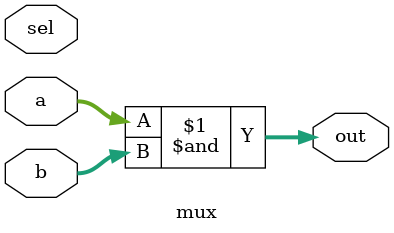
<source format=v>
module mux( 
input [4:0] a, b,
input sel,
output [4:0] out );
// When sel=0, assign a to out. 
// When sel=1, assign b to out. 
assign out[4:0] = a & b;
// Input a and b are now multiplexed.
endmodule

</source>
